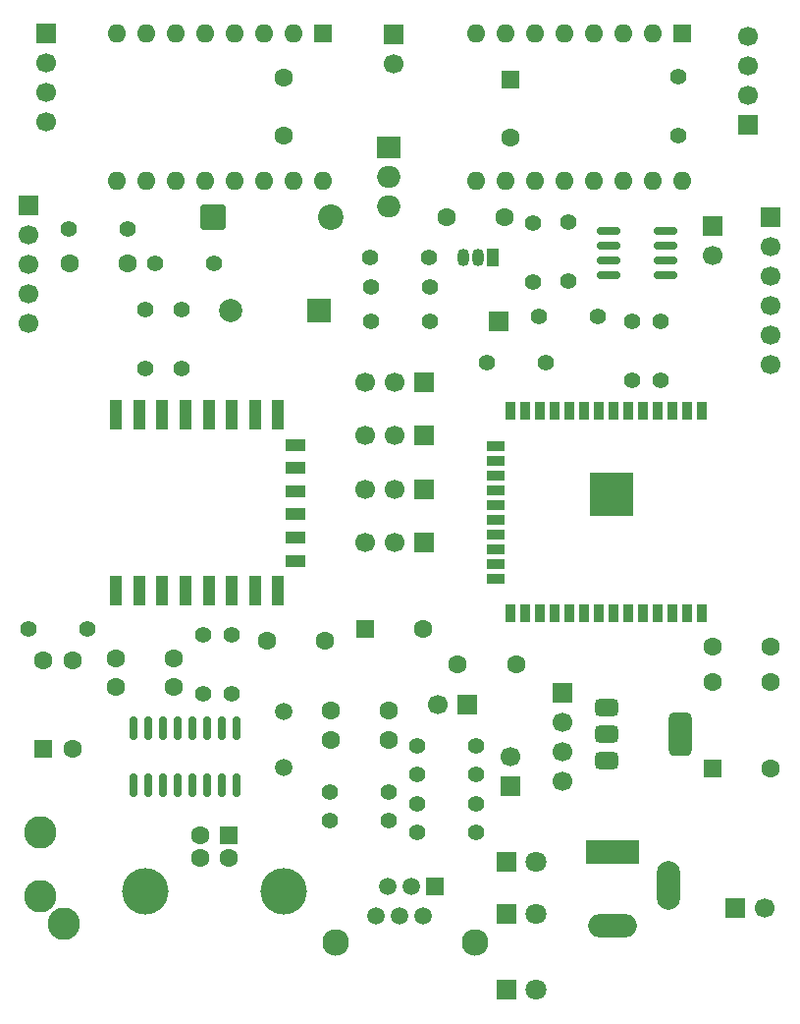
<source format=gts>
%TF.GenerationSoftware,KiCad,Pcbnew,9.0.3*%
%TF.CreationDate,2025-07-31T09:26:23+09:00*%
%TF.ProjectId,OnStepJuwei17,4f6e5374-6570-44a7-9577-656931372e6b,rev?*%
%TF.SameCoordinates,Original*%
%TF.FileFunction,Soldermask,Top*%
%TF.FilePolarity,Negative*%
%FSLAX46Y46*%
G04 Gerber Fmt 4.6, Leading zero omitted, Abs format (unit mm)*
G04 Created by KiCad (PCBNEW 9.0.3) date 2025-07-31 09:26:23*
%MOMM*%
%LPD*%
G01*
G04 APERTURE LIST*
G04 Aperture macros list*
%AMRoundRect*
0 Rectangle with rounded corners*
0 $1 Rounding radius*
0 $2 $3 $4 $5 $6 $7 $8 $9 X,Y pos of 4 corners*
0 Add a 4 corners polygon primitive as box body*
4,1,4,$2,$3,$4,$5,$6,$7,$8,$9,$2,$3,0*
0 Add four circle primitives for the rounded corners*
1,1,$1+$1,$2,$3*
1,1,$1+$1,$4,$5*
1,1,$1+$1,$6,$7*
1,1,$1+$1,$8,$9*
0 Add four rect primitives between the rounded corners*
20,1,$1+$1,$2,$3,$4,$5,0*
20,1,$1+$1,$4,$5,$6,$7,0*
20,1,$1+$1,$6,$7,$8,$9,0*
20,1,$1+$1,$8,$9,$2,$3,0*%
G04 Aperture macros list end*
%ADD10R,1.700000X1.700000*%
%ADD11C,1.700000*%
%ADD12C,1.600000*%
%ADD13C,1.400000*%
%ADD14R,1.000000X2.500000*%
%ADD15R,1.800000X1.000000*%
%ADD16R,4.600000X2.000000*%
%ADD17O,4.200000X2.000000*%
%ADD18O,2.000000X4.200000*%
%ADD19RoundRect,0.150000X-0.825000X-0.150000X0.825000X-0.150000X0.825000X0.150000X-0.825000X0.150000X0*%
%ADD20C,1.500000*%
%ADD21R,1.800000X1.800000*%
%ADD22C,1.800000*%
%ADD23RoundRect,0.249999X-0.850001X-0.850001X0.850001X-0.850001X0.850001X0.850001X-0.850001X0.850001X0*%
%ADD24C,2.200000*%
%ADD25R,0.900000X1.500000*%
%ADD26R,1.500000X0.900000*%
%ADD27C,0.600000*%
%ADD28R,3.800000X3.800000*%
%ADD29RoundRect,0.250000X-0.550000X0.550000X-0.550000X-0.550000X0.550000X-0.550000X0.550000X0.550000X0*%
%ADD30R,2.000000X2.000000*%
%ADD31C,2.000000*%
%ADD32R,1.600000X1.600000*%
%ADD33C,4.000000*%
%ADD34RoundRect,0.250000X-0.550000X-0.550000X0.550000X-0.550000X0.550000X0.550000X-0.550000X0.550000X0*%
%ADD35O,1.600000X1.600000*%
%ADD36R,1.050000X1.500000*%
%ADD37O,1.050000X1.500000*%
%ADD38RoundRect,0.150000X0.150000X-0.825000X0.150000X0.825000X-0.150000X0.825000X-0.150000X-0.825000X0*%
%ADD39C,2.800000*%
%ADD40RoundRect,0.375000X-0.625000X-0.375000X0.625000X-0.375000X0.625000X0.375000X-0.625000X0.375000X0*%
%ADD41RoundRect,0.500000X-0.500000X-1.400000X0.500000X-1.400000X0.500000X1.400000X-0.500000X1.400000X0*%
%ADD42R,2.000000X1.905000*%
%ADD43O,2.000000X1.905000*%
%ADD44RoundRect,0.250000X0.550000X-0.550000X0.550000X0.550000X-0.550000X0.550000X-0.550000X-0.550000X0*%
%ADD45C,2.300000*%
%ADD46R,1.520000X1.520000*%
%ADD47C,1.520000*%
G04 APERTURE END LIST*
D10*
%TO.C,J8*%
X53500000Y-52690000D03*
D11*
X53500000Y-55230000D03*
X53500000Y-57770000D03*
X53500000Y-60310000D03*
%TD*%
D12*
%TO.C,C5*%
X78000000Y-111000000D03*
X83000000Y-111000000D03*
%TD*%
D10*
%TO.C,J9*%
X114000000Y-60540000D03*
D11*
X114000000Y-58000000D03*
X114000000Y-55460000D03*
X114000000Y-52920000D03*
%TD*%
D13*
%TO.C,R23*%
X86580000Y-77500000D03*
X81500000Y-77500000D03*
%TD*%
%TO.C,R9*%
X90540000Y-116500000D03*
X85460000Y-116500000D03*
%TD*%
D12*
%TO.C,C3*%
X59500000Y-109000000D03*
X64500000Y-109000000D03*
%TD*%
D13*
%TO.C,R5*%
X95500000Y-68960000D03*
X95500000Y-74040000D03*
%TD*%
D10*
%TO.C,J2*%
X111000000Y-69225000D03*
D11*
X111000000Y-71765000D03*
%TD*%
D12*
%TO.C,C1*%
X111000000Y-105500000D03*
X116000000Y-105500000D03*
%TD*%
D13*
%TO.C,R13*%
X68000000Y-72500000D03*
X62920000Y-72500000D03*
%TD*%
D14*
%TO.C,U4*%
X59500000Y-100700000D03*
X61500000Y-100700000D03*
X63500000Y-100700000D03*
X65500000Y-100700000D03*
X67500000Y-100700000D03*
X69500000Y-100700000D03*
X71500000Y-100700000D03*
X73500000Y-100700000D03*
D15*
X75000000Y-98100000D03*
X75000000Y-96100000D03*
X75000000Y-94100000D03*
X75000000Y-92100000D03*
X75000000Y-90100000D03*
X75000000Y-88100000D03*
D14*
X73500000Y-85500000D03*
X71500000Y-85500000D03*
X69500000Y-85500000D03*
X67500000Y-85500000D03*
X65500000Y-85500000D03*
X63500000Y-85500000D03*
X61500000Y-85500000D03*
X59500000Y-85500000D03*
%TD*%
D16*
%TO.C,J15*%
X102350000Y-123200000D03*
D17*
X102350000Y-129500000D03*
D18*
X107150000Y-126100000D03*
%TD*%
D10*
%TO.C,J7*%
X93500000Y-117500000D03*
D11*
X93500000Y-114960000D03*
%TD*%
D19*
%TO.C,U2*%
X102000000Y-69690000D03*
X102000000Y-70960000D03*
X102000000Y-72230000D03*
X102000000Y-73500000D03*
X106950000Y-73500000D03*
X106950000Y-72230000D03*
X106950000Y-70960000D03*
X106950000Y-69690000D03*
%TD*%
D10*
%TO.C,J12*%
X86080000Y-91910000D03*
D11*
X83540000Y-91910000D03*
X81000000Y-91910000D03*
%TD*%
D20*
%TO.C,Y1*%
X74000000Y-111060000D03*
X74000000Y-115940000D03*
%TD*%
D21*
%TO.C,D3*%
X93230000Y-128500000D03*
D22*
X95770000Y-128500000D03*
%TD*%
D13*
%TO.C,R10*%
X90540000Y-114000000D03*
X85460000Y-114000000D03*
%TD*%
D23*
%TO.C,D5*%
X67920000Y-68500000D03*
D24*
X78080000Y-68500000D03*
%TD*%
D12*
%TO.C,C12*%
X111000000Y-108500000D03*
X116000000Y-108500000D03*
%TD*%
D13*
%TO.C,R21*%
X86580000Y-74500000D03*
X81500000Y-74500000D03*
%TD*%
D10*
%TO.C,J18*%
X52000000Y-67460000D03*
D11*
X52000000Y-70000000D03*
X52000000Y-72540000D03*
X52000000Y-75080000D03*
X52000000Y-77620000D03*
%TD*%
D25*
%TO.C,U1*%
X110010000Y-85150000D03*
X108740000Y-85150000D03*
X107470000Y-85150000D03*
X106200000Y-85150000D03*
X104930000Y-85150000D03*
X103660000Y-85150000D03*
X102390000Y-85150000D03*
X101120000Y-85150000D03*
X99850000Y-85150000D03*
X98580000Y-85150000D03*
X97310000Y-85150000D03*
X96040000Y-85150000D03*
X94770000Y-85150000D03*
X93500000Y-85150000D03*
D26*
X92250000Y-88190000D03*
X92250000Y-89460000D03*
X92250000Y-90730000D03*
X92250000Y-92000000D03*
X92250000Y-93270000D03*
X92250000Y-94540000D03*
X92250000Y-95810000D03*
X92250000Y-97080000D03*
X92250000Y-98350000D03*
X92250000Y-99620000D03*
D25*
X93500000Y-102650000D03*
X94770000Y-102650000D03*
X96040000Y-102650000D03*
X97310000Y-102650000D03*
X98580000Y-102650000D03*
X99850000Y-102650000D03*
X101120000Y-102650000D03*
X102390000Y-102650000D03*
X103660000Y-102650000D03*
X104930000Y-102650000D03*
X106200000Y-102650000D03*
X107470000Y-102650000D03*
X108740000Y-102650000D03*
X110010000Y-102650000D03*
D27*
X102990000Y-91000000D03*
X101590000Y-91000000D03*
X103690000Y-91700000D03*
X102290000Y-91700000D03*
X100890000Y-91700000D03*
X102990000Y-92375000D03*
X101590000Y-92375000D03*
D28*
X102290000Y-92400000D03*
D27*
X103690000Y-93100000D03*
X102290000Y-93100000D03*
X100890000Y-93100000D03*
X102990000Y-93800000D03*
X101590000Y-93800000D03*
%TD*%
D12*
%TO.C,C13*%
X74000000Y-56500000D03*
X74000000Y-61500000D03*
%TD*%
D13*
%TO.C,R18*%
X77960000Y-120500000D03*
X83040000Y-120500000D03*
%TD*%
D29*
%TO.C,C11*%
X93500000Y-56597349D03*
D12*
X93500000Y-61597349D03*
%TD*%
D13*
%TO.C,R12*%
X69500000Y-109580000D03*
X69500000Y-104500000D03*
%TD*%
D10*
%TO.C,J11*%
X86080000Y-87320000D03*
D11*
X83540000Y-87320000D03*
X81000000Y-87320000D03*
%TD*%
D30*
%TO.C,BZ1*%
X77000000Y-76500000D03*
D31*
X69400000Y-76500000D03*
%TD*%
D13*
%TO.C,R1*%
X104000000Y-77500000D03*
X104000000Y-82580000D03*
%TD*%
D12*
%TO.C,C4*%
X78000000Y-113500000D03*
X83000000Y-113500000D03*
%TD*%
D10*
%TO.C,J14*%
X116000000Y-68460000D03*
D11*
X116000000Y-71000000D03*
X116000000Y-73540000D03*
X116000000Y-76080000D03*
X116000000Y-78620000D03*
X116000000Y-81160000D03*
%TD*%
D32*
%TO.C,J5*%
X69250000Y-121712500D03*
D12*
X66750000Y-121712500D03*
X66750000Y-123712500D03*
X69250000Y-123712500D03*
D33*
X74000000Y-126572500D03*
X62000000Y-126572500D03*
%TD*%
D34*
%TO.C,C10*%
X111000000Y-116000000D03*
D12*
X116000000Y-116000000D03*
%TD*%
D32*
%TO.C,A2*%
X77390000Y-52660000D03*
D35*
X74850000Y-52660000D03*
X72310000Y-52660000D03*
X69770000Y-52660000D03*
X67230000Y-52660000D03*
X64690000Y-52660000D03*
X62150000Y-52660000D03*
X59610000Y-52660000D03*
X59610000Y-65360000D03*
X62150000Y-65360000D03*
X64690000Y-65360000D03*
X67230000Y-65360000D03*
X69770000Y-65360000D03*
X72310000Y-65360000D03*
X74850000Y-65360000D03*
X77390000Y-65360000D03*
%TD*%
D10*
%TO.C,J10*%
X86080000Y-82730000D03*
D11*
X83540000Y-82730000D03*
X81000000Y-82730000D03*
%TD*%
D13*
%TO.C,R19*%
X77960000Y-118000000D03*
X83040000Y-118000000D03*
%TD*%
D21*
%TO.C,D2*%
X93230000Y-135000000D03*
D22*
X95770000Y-135000000D03*
%TD*%
D13*
%TO.C,R6*%
X98500000Y-74000000D03*
X98500000Y-68920000D03*
%TD*%
%TO.C,R14*%
X65150000Y-76420000D03*
X65150000Y-81500000D03*
%TD*%
D36*
%TO.C,Q2*%
X92040000Y-72000000D03*
D37*
X90770000Y-72000000D03*
X89500000Y-72000000D03*
%TD*%
D38*
%TO.C,U3*%
X61055000Y-117450000D03*
X62325000Y-117450000D03*
X63595000Y-117450000D03*
X64865000Y-117450000D03*
X66135000Y-117450000D03*
X67405000Y-117450000D03*
X68675000Y-117450000D03*
X69945000Y-117450000D03*
X69945000Y-112500000D03*
X68675000Y-112500000D03*
X67405000Y-112500000D03*
X66135000Y-112500000D03*
X64865000Y-112500000D03*
X63595000Y-112500000D03*
X62325000Y-112500000D03*
X61055000Y-112500000D03*
%TD*%
D32*
%TO.C,A1*%
X108390000Y-52660000D03*
D35*
X105850000Y-52660000D03*
X103310000Y-52660000D03*
X100770000Y-52660000D03*
X98230000Y-52660000D03*
X95690000Y-52660000D03*
X93150000Y-52660000D03*
X90610000Y-52660000D03*
X90610000Y-65360000D03*
X93150000Y-65360000D03*
X95690000Y-65360000D03*
X98230000Y-65360000D03*
X100770000Y-65360000D03*
X103310000Y-65360000D03*
X105850000Y-65360000D03*
X108390000Y-65360000D03*
%TD*%
D12*
%TO.C,C2*%
X59500000Y-106500000D03*
X64500000Y-106500000D03*
%TD*%
D13*
%TO.C,R8*%
X90540000Y-119000000D03*
X85460000Y-119000000D03*
%TD*%
D10*
%TO.C,J3*%
X92500000Y-77500000D03*
%TD*%
D13*
%TO.C,R7*%
X90540000Y-121500000D03*
X85460000Y-121500000D03*
%TD*%
D12*
%TO.C,C7*%
X55500000Y-72500000D03*
X60500000Y-72500000D03*
%TD*%
D39*
%TO.C,J20*%
X53000000Y-121500000D03*
X55000000Y-129400000D03*
X53000000Y-127000000D03*
%TD*%
D10*
%TO.C,J19*%
X83500000Y-52725000D03*
D11*
X83500000Y-55265000D03*
%TD*%
D40*
%TO.C,U5*%
X101850000Y-110700000D03*
X101850000Y-113000000D03*
D41*
X108150000Y-113000000D03*
D40*
X101850000Y-115300000D03*
%TD*%
D10*
%TO.C,J13*%
X86080000Y-96500000D03*
D11*
X83540000Y-96500000D03*
X81000000Y-96500000D03*
%TD*%
D13*
%TO.C,R20*%
X55460000Y-69500000D03*
X60540000Y-69500000D03*
%TD*%
D42*
%TO.C,Q1*%
X83000000Y-62500000D03*
D43*
X83000000Y-65040000D03*
X83000000Y-67580000D03*
%TD*%
D13*
%TO.C,R2*%
X106500000Y-82540000D03*
X106500000Y-77460000D03*
%TD*%
D44*
%TO.C,U6*%
X53225000Y-114305000D03*
D12*
X55765000Y-114305000D03*
X55765000Y-106685000D03*
X53225000Y-106685000D03*
%TD*%
%TO.C,C8*%
X88000000Y-68500000D03*
X93000000Y-68500000D03*
%TD*%
%TO.C,C14*%
X89000000Y-107000000D03*
X94000000Y-107000000D03*
%TD*%
D13*
%TO.C,R22*%
X86500000Y-72000000D03*
X81420000Y-72000000D03*
%TD*%
%TO.C,R11*%
X67000000Y-104500000D03*
X67000000Y-109580000D03*
%TD*%
%TO.C,R16*%
X91500000Y-81000000D03*
X96580000Y-81000000D03*
%TD*%
D12*
%TO.C,C6*%
X72500000Y-105000000D03*
X77500000Y-105000000D03*
%TD*%
D13*
%TO.C,R15*%
X62000000Y-76420000D03*
X62000000Y-81500000D03*
%TD*%
D10*
%TO.C,J6*%
X98000000Y-109460000D03*
D11*
X98000000Y-112000000D03*
X98000000Y-114540000D03*
X98000000Y-117080000D03*
%TD*%
D13*
%TO.C,R4*%
X96000000Y-77000000D03*
X101080000Y-77000000D03*
%TD*%
%TO.C,R17*%
X52000000Y-104000000D03*
X57080000Y-104000000D03*
%TD*%
D21*
%TO.C,D1*%
X93230000Y-124000000D03*
D22*
X95770000Y-124000000D03*
%TD*%
D10*
%TO.C,J16*%
X112960000Y-128000000D03*
D11*
X115500000Y-128000000D03*
%TD*%
D10*
%TO.C,J4*%
X89775000Y-110500000D03*
D11*
X87235000Y-110500000D03*
%TD*%
D34*
%TO.C,C9*%
X81000000Y-104000000D03*
D12*
X86000000Y-104000000D03*
%TD*%
D45*
%TO.C,J1*%
X78500000Y-131000000D03*
X90500000Y-131000000D03*
D46*
X87050000Y-126160000D03*
D47*
X86030000Y-128700000D03*
X85010000Y-126160000D03*
X83990000Y-128700000D03*
X82970000Y-126160000D03*
X81950000Y-128700000D03*
%TD*%
D13*
%TO.C,R3*%
X108000000Y-56420000D03*
X108000000Y-61500000D03*
%TD*%
M02*

</source>
